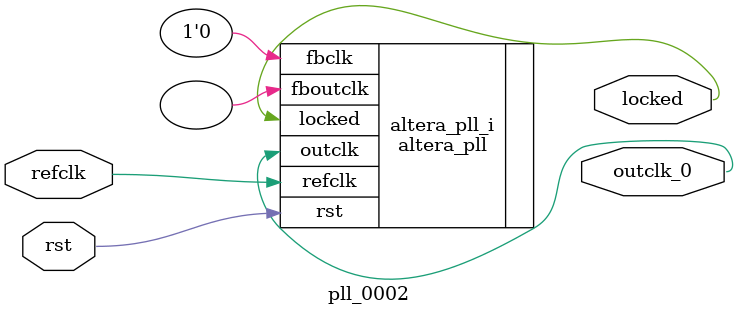
<source format=v>
`timescale 1ns/10ps
module  pll_0002(

	// interface 'refclk'
	input wire refclk,

	// interface 'reset'
	input wire rst,

	// interface 'outclk0'
	output wire outclk_0,

	// interface 'locked'
	output wire locked
);

	altera_pll #(
		.fractional_vco_multiplier("true"),
		.reference_clock_frequency("50.0 MHz"),
		.operation_mode("direct"),
		.number_of_clocks(1),
		.output_clock_frequency0("52.000000 MHz"),
		.phase_shift0("0 ps"),
		.duty_cycle0(50),
		.output_clock_frequency1("0 MHz"),
		.phase_shift1("0 ps"),
		.duty_cycle1(50),
		.output_clock_frequency2("0 MHz"),
		.phase_shift2("0 ps"),
		.duty_cycle2(50),
		.output_clock_frequency3("0 MHz"),
		.phase_shift3("0 ps"),
		.duty_cycle3(50),
		.output_clock_frequency4("0 MHz"),
		.phase_shift4("0 ps"),
		.duty_cycle4(50),
		.output_clock_frequency5("0 MHz"),
		.phase_shift5("0 ps"),
		.duty_cycle5(50),
		.output_clock_frequency6("0 MHz"),
		.phase_shift6("0 ps"),
		.duty_cycle6(50),
		.output_clock_frequency7("0 MHz"),
		.phase_shift7("0 ps"),
		.duty_cycle7(50),
		.output_clock_frequency8("0 MHz"),
		.phase_shift8("0 ps"),
		.duty_cycle8(50),
		.output_clock_frequency9("0 MHz"),
		.phase_shift9("0 ps"),
		.duty_cycle9(50),
		.output_clock_frequency10("0 MHz"),
		.phase_shift10("0 ps"),
		.duty_cycle10(50),
		.output_clock_frequency11("0 MHz"),
		.phase_shift11("0 ps"),
		.duty_cycle11(50),
		.output_clock_frequency12("0 MHz"),
		.phase_shift12("0 ps"),
		.duty_cycle12(50),
		.output_clock_frequency13("0 MHz"),
		.phase_shift13("0 ps"),
		.duty_cycle13(50),
		.output_clock_frequency14("0 MHz"),
		.phase_shift14("0 ps"),
		.duty_cycle14(50),
		.output_clock_frequency15("0 MHz"),
		.phase_shift15("0 ps"),
		.duty_cycle15(50),
		.output_clock_frequency16("0 MHz"),
		.phase_shift16("0 ps"),
		.duty_cycle16(50),
		.output_clock_frequency17("0 MHz"),
		.phase_shift17("0 ps"),
		.duty_cycle17(50),
		.pll_type("General"),
		.pll_subtype("General")
	) altera_pll_i (
		.rst	(rst),
		.outclk	({outclk_0}),
		.locked	(locked),
		.fboutclk	( ),
		.fbclk	(1'b0),
		.refclk	(refclk)
	);
endmodule


</source>
